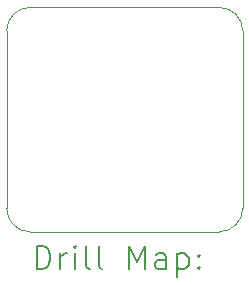
<source format=gbr>
%TF.GenerationSoftware,KiCad,Pcbnew,8.0.3*%
%TF.CreationDate,2024-06-08T15:38:25+12:00*%
%TF.ProjectId,toggle_switch_breakout,746f6767-6c65-45f7-9377-697463685f62,0.1.1*%
%TF.SameCoordinates,Original*%
%TF.FileFunction,Drillmap*%
%TF.FilePolarity,Positive*%
%FSLAX45Y45*%
G04 Gerber Fmt 4.5, Leading zero omitted, Abs format (unit mm)*
G04 Created by KiCad (PCBNEW 8.0.3) date 2024-06-08 15:38:25*
%MOMM*%
%LPD*%
G01*
G04 APERTURE LIST*
%ADD10C,0.100000*%
%ADD11C,0.200000*%
G04 APERTURE END LIST*
D10*
X9700000Y-5210000D02*
X11300000Y-5210000D01*
X11300000Y-7110000D02*
X9700000Y-7110000D01*
X9500000Y-5410000D02*
G75*
G02*
X9700000Y-5210000I200000J0D01*
G01*
X11500000Y-5410000D02*
X11500000Y-6910000D01*
X9700000Y-7110000D02*
G75*
G02*
X9500000Y-6910000I0J200000D01*
G01*
X11500000Y-6910000D02*
G75*
G02*
X11300000Y-7110000I-200000J0D01*
G01*
X9500000Y-6910000D02*
X9500000Y-5410000D01*
X11300000Y-5210000D02*
G75*
G02*
X11500000Y-5410000I0J-200000D01*
G01*
D11*
X9755777Y-7426484D02*
X9755777Y-7226484D01*
X9755777Y-7226484D02*
X9803396Y-7226484D01*
X9803396Y-7226484D02*
X9831967Y-7236008D01*
X9831967Y-7236008D02*
X9851015Y-7255055D01*
X9851015Y-7255055D02*
X9860539Y-7274103D01*
X9860539Y-7274103D02*
X9870063Y-7312198D01*
X9870063Y-7312198D02*
X9870063Y-7340769D01*
X9870063Y-7340769D02*
X9860539Y-7378865D01*
X9860539Y-7378865D02*
X9851015Y-7397912D01*
X9851015Y-7397912D02*
X9831967Y-7416960D01*
X9831967Y-7416960D02*
X9803396Y-7426484D01*
X9803396Y-7426484D02*
X9755777Y-7426484D01*
X9955777Y-7426484D02*
X9955777Y-7293150D01*
X9955777Y-7331246D02*
X9965301Y-7312198D01*
X9965301Y-7312198D02*
X9974824Y-7302674D01*
X9974824Y-7302674D02*
X9993872Y-7293150D01*
X9993872Y-7293150D02*
X10012920Y-7293150D01*
X10079586Y-7426484D02*
X10079586Y-7293150D01*
X10079586Y-7226484D02*
X10070063Y-7236008D01*
X10070063Y-7236008D02*
X10079586Y-7245531D01*
X10079586Y-7245531D02*
X10089110Y-7236008D01*
X10089110Y-7236008D02*
X10079586Y-7226484D01*
X10079586Y-7226484D02*
X10079586Y-7245531D01*
X10203396Y-7426484D02*
X10184348Y-7416960D01*
X10184348Y-7416960D02*
X10174824Y-7397912D01*
X10174824Y-7397912D02*
X10174824Y-7226484D01*
X10308158Y-7426484D02*
X10289110Y-7416960D01*
X10289110Y-7416960D02*
X10279586Y-7397912D01*
X10279586Y-7397912D02*
X10279586Y-7226484D01*
X10536729Y-7426484D02*
X10536729Y-7226484D01*
X10536729Y-7226484D02*
X10603396Y-7369341D01*
X10603396Y-7369341D02*
X10670063Y-7226484D01*
X10670063Y-7226484D02*
X10670063Y-7426484D01*
X10851015Y-7426484D02*
X10851015Y-7321722D01*
X10851015Y-7321722D02*
X10841491Y-7302674D01*
X10841491Y-7302674D02*
X10822444Y-7293150D01*
X10822444Y-7293150D02*
X10784348Y-7293150D01*
X10784348Y-7293150D02*
X10765301Y-7302674D01*
X10851015Y-7416960D02*
X10831967Y-7426484D01*
X10831967Y-7426484D02*
X10784348Y-7426484D01*
X10784348Y-7426484D02*
X10765301Y-7416960D01*
X10765301Y-7416960D02*
X10755777Y-7397912D01*
X10755777Y-7397912D02*
X10755777Y-7378865D01*
X10755777Y-7378865D02*
X10765301Y-7359817D01*
X10765301Y-7359817D02*
X10784348Y-7350293D01*
X10784348Y-7350293D02*
X10831967Y-7350293D01*
X10831967Y-7350293D02*
X10851015Y-7340769D01*
X10946253Y-7293150D02*
X10946253Y-7493150D01*
X10946253Y-7302674D02*
X10965301Y-7293150D01*
X10965301Y-7293150D02*
X11003396Y-7293150D01*
X11003396Y-7293150D02*
X11022444Y-7302674D01*
X11022444Y-7302674D02*
X11031967Y-7312198D01*
X11031967Y-7312198D02*
X11041491Y-7331246D01*
X11041491Y-7331246D02*
X11041491Y-7388388D01*
X11041491Y-7388388D02*
X11031967Y-7407436D01*
X11031967Y-7407436D02*
X11022444Y-7416960D01*
X11022444Y-7416960D02*
X11003396Y-7426484D01*
X11003396Y-7426484D02*
X10965301Y-7426484D01*
X10965301Y-7426484D02*
X10946253Y-7416960D01*
X11127205Y-7407436D02*
X11136729Y-7416960D01*
X11136729Y-7416960D02*
X11127205Y-7426484D01*
X11127205Y-7426484D02*
X11117682Y-7416960D01*
X11117682Y-7416960D02*
X11127205Y-7407436D01*
X11127205Y-7407436D02*
X11127205Y-7426484D01*
X11127205Y-7302674D02*
X11136729Y-7312198D01*
X11136729Y-7312198D02*
X11127205Y-7321722D01*
X11127205Y-7321722D02*
X11117682Y-7312198D01*
X11117682Y-7312198D02*
X11127205Y-7302674D01*
X11127205Y-7302674D02*
X11127205Y-7321722D01*
M02*

</source>
